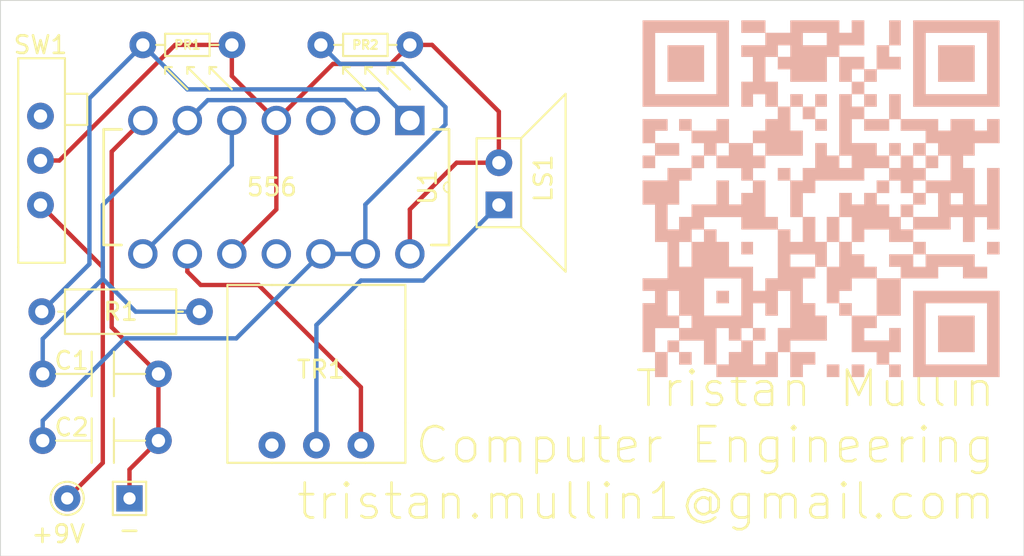
<source format=kicad_pcb>
(kicad_pcb (version 20171130) (host pcbnew "(5.1.10)-1")

  (general
    (thickness 1.6)
    (drawings 6)
    (tracks 62)
    (zones 0)
    (modules 12)
    (nets 12)
  )

  (page USLetter)
  (title_block
    (title "Busness Card")
    (date 2021-06-23)
    (rev 1.0)
  )

  (layers
    (0 F.Cu signal)
    (31 B.Cu signal)
    (32 B.Adhes user)
    (33 F.Adhes user)
    (34 B.Paste user)
    (35 F.Paste user)
    (36 B.SilkS user)
    (37 F.SilkS user)
    (38 B.Mask user)
    (39 F.Mask user)
    (40 Dwgs.User user)
    (41 Cmts.User user)
    (42 Eco1.User user)
    (43 Eco2.User user)
    (44 Edge.Cuts user)
    (45 Margin user)
    (46 B.CrtYd user)
    (47 F.CrtYd user)
    (48 B.Fab user hide)
    (49 F.Fab user hide)
  )

  (setup
    (last_trace_width 0.25)
    (trace_clearance 0.2)
    (zone_clearance 0.508)
    (zone_45_only no)
    (trace_min 0.2)
    (via_size 0.8)
    (via_drill 0.4)
    (via_min_size 0.4)
    (via_min_drill 0.3)
    (uvia_size 0.3)
    (uvia_drill 0.1)
    (uvias_allowed no)
    (uvia_min_size 0.2)
    (uvia_min_drill 0.1)
    (edge_width 0.05)
    (segment_width 0.2)
    (pcb_text_width 0.3)
    (pcb_text_size 1.5 1.5)
    (mod_edge_width 0.12)
    (mod_text_size 1 1)
    (mod_text_width 0.15)
    (pad_size 1.524 1.524)
    (pad_drill 0.762)
    (pad_to_mask_clearance 0)
    (aux_axis_origin 0 0)
    (visible_elements 7FFFFFFF)
    (pcbplotparams
      (layerselection 0x010fc_ffffffff)
      (usegerberextensions false)
      (usegerberattributes true)
      (usegerberadvancedattributes true)
      (creategerberjobfile true)
      (excludeedgelayer true)
      (linewidth 0.100000)
      (plotframeref false)
      (viasonmask false)
      (mode 1)
      (useauxorigin false)
      (hpglpennumber 1)
      (hpglpenspeed 20)
      (hpglpendiameter 15.000000)
      (psnegative false)
      (psa4output false)
      (plotreference true)
      (plotvalue true)
      (plotinvisibletext false)
      (padsonsilk false)
      (subtractmaskfromsilk false)
      (outputformat 1)
      (mirror false)
      (drillshape 1)
      (scaleselection 1)
      (outputdirectory ""))
  )

  (net 0 "")
  (net 1 "Net-(C1-Pad1)")
  (net 2 GND)
  (net 3 "Net-(C2-Pad1)")
  (net 4 +BATT)
  (net 5 "Net-(LS1-Pad2)")
  (net 6 "Net-(PR1-Pad2)")
  (net 7 "Net-(TR1-Pad1)")
  (net 8 "Net-(TR1-Pad3)")
  (net 9 "Net-(U1-Pad3)")
  (net 10 "Net-(U1-Pad5)")
  (net 11 "Net-(U1-Pad11)")

  (net_class Default "This is the default net class."
    (clearance 0.2)
    (trace_width 0.25)
    (via_dia 0.8)
    (via_drill 0.4)
    (uvia_dia 0.3)
    (uvia_drill 0.1)
    (add_net +BATT)
    (add_net GND)
    (add_net "Net-(C1-Pad1)")
    (add_net "Net-(C2-Pad1)")
    (add_net "Net-(LS1-Pad2)")
    (add_net "Net-(PR1-Pad2)")
    (add_net "Net-(TR1-Pad1)")
    (add_net "Net-(TR1-Pad3)")
    (add_net "Net-(U1-Pad11)")
    (add_net "Net-(U1-Pad3)")
    (add_net "Net-(U1-Pad5)")
  )

  (module QR_CODE:qrcode_github (layer F.Cu) (tedit 60D21128) (tstamp 60D27204)
    (at 154.178 86.614)
    (fp_text reference G*** (at 0.127 9.271 180) (layer B.SilkS) hide
      (effects (font (size 1.524 1.524) (thickness 0.3)) (justify mirror))
    )
    (fp_text value LOGO (at -0.623 9.271 180) (layer B.SilkS) hide
      (effects (font (size 1.524 1.524) (thickness 0.3)) (justify mirror))
    )
    (fp_poly (pts (xy -8.6614 -6.2738) (xy -6.5786 -6.2738) (xy -6.5786 -8.3566) (xy -8.6614 -8.3566)
      (xy -8.6614 -6.2738)) (layer B.SilkS) (width 0.01))
    (fp_poly (pts (xy 6.7818 -6.2738) (xy 8.8646 -6.2738) (xy 8.8646 -8.3566) (xy 6.7818 -8.3566)
      (xy 6.7818 -6.2738)) (layer B.SilkS) (width 0.01))
    (fp_poly (pts (xy -5.8674 6.3754) (xy -5.1562 6.3754) (xy -5.1562 5.6642) (xy -5.8674 5.6642)
      (xy -5.8674 6.3754)) (layer B.SilkS) (width 0.01))
    (fp_poly (pts (xy -1.651 -4.8514) (xy -0.9398 -4.8514) (xy -0.9398 -5.5626) (xy -1.651 -5.5626)
      (xy -1.651 -4.8514)) (layer B.SilkS) (width 0.01))
    (fp_poly (pts (xy -0.2286 -4.8514) (xy 0.4318 -4.8514) (xy 0.4318 -5.5626) (xy -0.2286 -5.5626)
      (xy -0.2286 -4.8514)) (layer B.SilkS) (width 0.01))
    (fp_poly (pts (xy -0.9398 -4.1402) (xy -0.2286 -4.1402) (xy -0.2286 -4.8514) (xy -0.9398 -4.8514)
      (xy -0.9398 -4.1402)) (layer B.SilkS) (width 0.01))
    (fp_poly (pts (xy -0.2286 -3.4798) (xy 0.4318 -3.4798) (xy 0.4318 -4.1402) (xy -0.2286 -4.1402)
      (xy -0.2286 -3.4798)) (layer B.SilkS) (width 0.01))
    (fp_poly (pts (xy -2.3622 -0.635) (xy -1.651 -0.635) (xy -1.651 -1.3462) (xy -2.3622 -1.3462)
      (xy -2.3622 -0.635)) (layer B.SilkS) (width 0.01))
    (fp_poly (pts (xy 4.6482 -2.0574) (xy 4.6482 -1.3462) (xy 3.9878 -1.3462) (xy 3.9878 -0.635)
      (xy 4.6482 -0.635) (xy 4.6482 0.0762) (xy 5.3594 0.0762) (xy 5.3594 -0.635)
      (xy 6.0706 -0.635) (xy 6.0706 -1.3462) (xy 6.7818 -1.3462) (xy 6.7818 -2.0574)
      (xy 6.0706 -2.0574) (xy 6.0706 -1.3462) (xy 5.3594 -1.3462) (xy 5.3594 -2.0574)
      (xy 6.0706 -2.0574) (xy 6.0706 -2.7686) (xy 5.3594 -2.7686) (xy 5.3594 -2.0574)
      (xy 4.6482 -2.0574)) (layer B.SilkS) (width 0.01))
    (fp_poly (pts (xy 3.9878 -2.0574) (xy 4.6482 -2.0574) (xy 4.6482 -2.7686) (xy 3.9878 -2.7686)
      (xy 3.9878 -2.0574)) (layer B.SilkS) (width 0.01))
    (fp_poly (pts (xy 3.2766 0.0762) (xy 3.9878 0.0762) (xy 3.9878 -0.635) (xy 3.2766 -0.635)
      (xy 3.2766 0.0762)) (layer B.SilkS) (width 0.01))
    (fp_poly (pts (xy 5.3594 0.7366) (xy 6.0706 0.7366) (xy 6.0706 0.0762) (xy 5.3594 0.0762)
      (xy 5.3594 0.7366)) (layer B.SilkS) (width 0.01))
    (fp_poly (pts (xy 4.6482 1.4478) (xy 5.3594 1.4478) (xy 5.3594 0.7366) (xy 4.6482 0.7366)
      (xy 4.6482 1.4478)) (layer B.SilkS) (width 0.01))
    (fp_poly (pts (xy 0.4318 2.8702) (xy 1.143 2.8702) (xy 1.143 1.4478) (xy 0.4318 1.4478)
      (xy 0.4318 2.8702)) (layer B.SilkS) (width 0.01))
    (fp_poly (pts (xy -4.445 3.5814) (xy -3.7846 3.5814) (xy -3.7846 2.8702) (xy -4.445 2.8702)
      (xy -4.445 3.5814)) (layer B.SilkS) (width 0.01))
    (fp_poly (pts (xy -3.7846 8.509) (xy -3.0734 8.509) (xy -3.0734 7.7978) (xy -3.7846 7.7978)
      (xy -3.7846 8.509)) (layer B.SilkS) (width 0.01))
    (fp_poly (pts (xy 6.7818 9.1694) (xy 8.8646 9.1694) (xy 8.8646 7.0866) (xy 6.7818 7.0866)
      (xy 6.7818 9.1694)) (layer B.SilkS) (width 0.01))
    (fp_poly (pts (xy -10.0838 -4.8514) (xy -5.1562 -4.8514) (xy -5.1562 -9.0678) (xy -5.8674 -9.0678)
      (xy -5.8674 -5.5626) (xy -9.3726 -5.5626) (xy -9.3726 -9.0678) (xy -5.8674 -9.0678)
      (xy -5.1562 -9.0678) (xy -5.1562 -9.779) (xy -10.0838 -9.779) (xy -10.0838 -4.8514)) (layer B.SilkS) (width 0.01))
    (fp_poly (pts (xy 5.3594 -4.8514) (xy 10.287 -4.8514) (xy 10.287 -9.0678) (xy 9.5758 -9.0678)
      (xy 9.5758 -5.5626) (xy 6.0706 -5.5626) (xy 6.0706 -9.0678) (xy 9.5758 -9.0678)
      (xy 10.287 -9.0678) (xy 10.287 -9.779) (xy 5.3594 -9.779) (xy 5.3594 -4.8514)) (layer B.SilkS) (width 0.01))
    (fp_poly (pts (xy -10.0838 -2.7686) (xy -9.3726 -2.7686) (xy -9.3726 -3.4798) (xy -8.6614 -3.4798)
      (xy -8.6614 -4.1402) (xy -10.0838 -4.1402) (xy -10.0838 -2.7686)) (layer B.SilkS) (width 0.01))
    (fp_poly (pts (xy -9.3726 -2.0574) (xy -8.001 -2.0574) (xy -8.001 -2.7686) (xy -9.3726 -2.7686)
      (xy -9.3726 -2.0574)) (layer B.SilkS) (width 0.01))
    (fp_poly (pts (xy -10.0838 -1.3462) (xy -9.3726 -1.3462) (xy -9.3726 -2.0574) (xy -10.0838 -2.0574)
      (xy -10.0838 -1.3462)) (layer B.SilkS) (width 0.01))
    (fp_poly (pts (xy 9.5758 3.5814) (xy 10.287 3.5814) (xy 10.287 2.8702) (xy 9.5758 2.8702)
      (xy 9.5758 3.5814)) (layer B.SilkS) (width 0.01))
    (fp_poly (pts (xy 0.4318 10.5918) (xy 1.143 10.5918) (xy 1.143 9.8806) (xy 0.4318 9.8806)
      (xy 0.4318 10.5918)) (layer B.SilkS) (width 0.01))
    (fp_poly (pts (xy 1.8542 10.5918) (xy 2.5654 10.5918) (xy 2.5654 9.8806) (xy 1.8542 9.8806)
      (xy 1.8542 10.5918)) (layer B.SilkS) (width 0.01))
    (fp_poly (pts (xy -8.001 8.509) (xy -6.5786 8.509) (xy -6.5786 9.8806) (xy -5.8674 9.8806)
      (xy -5.8674 10.5918) (xy -2.3622 10.5918) (xy -2.3622 9.1694) (xy -1.651 9.1694)
      (xy -1.651 8.509) (xy 0.4318 8.509) (xy 0.4318 7.0866) (xy -0.2286 7.0866)
      (xy -0.2286 6.3754) (xy -0.9398 6.3754) (xy -0.9398 5.6642) (xy -1.651 5.6642)
      (xy -1.651 7.7978) (xy -2.3622 7.7978) (xy -2.3622 9.1694) (xy -3.0734 9.1694)
      (xy -3.0734 9.8806) (xy -3.7846 9.8806) (xy -3.7846 8.509) (xy -4.445 8.509)
      (xy -4.445 9.1694) (xy -5.1562 9.1694) (xy -5.1562 9.8806) (xy -5.8674 9.8806)
      (xy -5.8674 7.7978) (xy -5.1562 7.7978) (xy -5.1562 8.509) (xy -4.445 8.509)
      (xy -4.445 7.7978) (xy -3.7846 7.7978) (xy -3.7846 6.3754) (xy -3.0734 6.3754)
      (xy -3.0734 7.0866) (xy -2.3622 7.0866) (xy -2.3622 5.6642) (xy -1.651 5.6642)
      (xy -0.9398 5.6642) (xy -0.9398 4.953) (xy -0.2286 4.953) (xy -0.2286 4.2926)
      (xy 0.4318 4.2926) (xy 0.4318 6.3754) (xy 1.143 6.3754) (xy 1.143 7.0866)
      (xy 1.8542 7.0866) (xy 1.8542 9.1694) (xy 3.2766 9.1694) (xy 3.2766 9.8806)
      (xy 3.9878 9.8806) (xy 3.9878 9.1694) (xy 4.6482 9.1694) (xy 4.6482 7.7978)
      (xy 3.9878 7.7978) (xy 3.9878 8.509) (xy 2.5654 8.509) (xy 2.5654 7.7978)
      (xy 3.2766 7.7978) (xy 3.2766 7.0866) (xy 4.6482 7.0866) (xy 4.6482 4.953)
      (xy 6.7818 4.953) (xy 6.7818 4.2926) (xy 8.2042 4.2926) (xy 8.2042 4.953)
      (xy 9.5758 4.953) (xy 9.5758 4.2926) (xy 8.8646 4.2926) (xy 8.8646 3.5814)
      (xy 6.0706 3.5814) (xy 6.0706 4.2926) (xy 5.3594 4.2926) (xy 5.3594 3.5814)
      (xy 6.0706 3.5814) (xy 6.0706 2.8702) (xy 5.3594 2.8702) (xy 5.3594 3.5814)
      (xy 3.9878 3.5814) (xy 3.9878 4.2926) (xy 4.6482 4.2926) (xy 4.6482 4.953)
      (xy 3.2766 4.953) (xy 3.2766 7.0866) (xy 1.8542 7.0866) (xy 1.8542 6.3754)
      (xy 1.143 6.3754) (xy 1.143 5.6642) (xy 1.8542 5.6642) (xy 1.8542 4.953)
      (xy 3.2766 4.953) (xy 3.2766 4.2926) (xy 2.5654 4.2926) (xy 2.5654 3.5814)
      (xy 1.8542 3.5814) (xy 1.8542 2.8702) (xy 2.5654 2.8702) (xy 2.5654 2.159)
      (xy 3.9878 2.159) (xy 3.9878 2.8702) (xy 5.3594 2.8702) (xy 5.3594 2.159)
      (xy 7.493 2.159) (xy 7.493 1.4478) (xy 8.2042 1.4478) (xy 8.2042 2.8702)
      (xy 8.8646 2.8702) (xy 8.8646 1.4478) (xy 9.5758 1.4478) (xy 9.5758 2.159)
      (xy 10.287 2.159) (xy 10.287 -1.3462) (xy 9.5758 -1.3462) (xy 9.5758 0.7366)
      (xy 8.8646 0.7366) (xy 8.8646 0.0762) (xy 8.2042 0.0762) (xy 8.2042 0.7366)
      (xy 7.493 0.7366) (xy 7.493 0.0762) (xy 8.2042 0.0762) (xy 8.8646 0.0762)
      (xy 8.8646 -1.3462) (xy 8.2042 -1.3462) (xy 8.2042 -2.0574) (xy 7.493 -2.0574)
      (xy 7.493 -0.635) (xy 6.0706 -0.635) (xy 6.0706 0.0762) (xy 6.7818 0.0762)
      (xy 6.7818 1.4478) (xy 5.3594 1.4478) (xy 5.3594 2.159) (xy 4.6482 2.159)
      (xy 4.6482 1.4478) (xy 3.9878 1.4478) (xy 3.9878 0.7366) (xy 3.2766 0.7366)
      (xy 3.2766 0.0762) (xy 2.5654 0.0762) (xy 2.5654 0.7366) (xy 1.8542 0.7366)
      (xy 1.8542 0.0762) (xy 1.143 0.0762) (xy 1.143 1.4478) (xy 1.8542 1.4478)
      (xy 1.8542 2.8702) (xy 1.143 2.8702) (xy 1.143 4.2926) (xy 0.4318 4.2926)
      (xy 0.4318 3.5814) (xy -0.2286 3.5814) (xy -0.2286 4.2926) (xy -1.651 4.2926)
      (xy -1.651 3.5814) (xy -0.2286 3.5814) (xy 0.4318 3.5814) (xy 0.4318 2.8702)
      (xy -0.2286 2.8702) (xy -0.2286 1.4478) (xy -0.9398 1.4478) (xy -0.9398 0.0762)
      (xy -0.2286 0.0762) (xy -0.2286 -0.635) (xy 2.5654 -0.635) (xy 2.5654 -1.3462)
      (xy 3.9878 -1.3462) (xy 3.9878 -2.0574) (xy 3.2766 -2.0574) (xy 1.8542 -2.0574)
      (xy 1.8542 -1.3462) (xy 1.143 -1.3462) (xy 1.143 -2.0574) (xy 1.8542 -2.0574)
      (xy 3.2766 -2.0574) (xy 3.2766 -2.7686) (xy 1.8542 -2.7686) (xy 1.8542 -4.1402)
      (xy 2.5654 -4.1402) (xy 2.5654 -3.4798) (xy 3.9878 -3.4798) (xy 3.9878 -4.1402)
      (xy 4.6482 -4.1402) (xy 4.6482 -3.4798) (xy 6.0706 -3.4798) (xy 6.0706 -2.7686)
      (xy 6.7818 -2.7686) (xy 6.7818 -2.0574) (xy 7.493 -2.0574) (xy 8.2042 -2.0574)
      (xy 8.8646 -2.0574) (xy 8.8646 -2.7686) (xy 10.287 -2.7686) (xy 10.287 -4.1402)
      (xy 9.5758 -4.1402) (xy 9.5758 -3.4798) (xy 8.8646 -3.4798) (xy 8.8646 -4.1402)
      (xy 7.493 -4.1402) (xy 7.493 -3.4798) (xy 6.7818 -3.4798) (xy 6.7818 -4.1402)
      (xy 4.6482 -4.1402) (xy 4.6482 -5.5626) (xy 3.9878 -5.5626) (xy 3.9878 -4.1402)
      (xy 2.5654 -4.1402) (xy 2.5654 -4.8514) (xy 3.2766 -4.8514) (xy 3.2766 -5.5626)
      (xy 2.5654 -5.5626) (xy 2.5654 -4.8514) (xy 1.8542 -4.8514) (xy 1.8542 -5.5626)
      (xy 2.5654 -5.5626) (xy 2.5654 -6.2738) (xy 3.2766 -6.2738) (xy 3.2766 -6.985)
      (xy 2.5654 -6.985) (xy 2.5654 -6.2738) (xy 1.8542 -6.2738) (xy 1.8542 -5.5626)
      (xy 1.143 -5.5626) (xy 1.143 -2.0574) (xy 0.4318 -2.0574) (xy 0.4318 -2.7686)
      (xy -0.2286 -2.7686) (xy -0.2286 -1.3462) (xy -0.9398 -1.3462) (xy -0.9398 -0.635)
      (xy -1.651 -0.635) (xy -1.651 1.4478) (xy -0.9398 1.4478) (xy -0.9398 2.8702)
      (xy -1.651 2.8702) (xy -1.651 2.159) (xy -2.3622 2.159) (xy -2.3622 4.953)
      (xy -3.0734 4.953) (xy -3.0734 5.6642) (xy -3.7846 5.6642) (xy -3.7846 4.953)
      (xy -4.445 4.953) (xy -4.445 7.0866) (xy -6.5786 7.0866) (xy -7.2898 7.0866)
      (xy -7.2898 7.7978) (xy -8.001 7.7978) (xy -8.001 8.509) (xy -8.6614 8.509)
      (xy -8.6614 9.1694) (xy -9.3726 9.1694) (xy -9.3726 7.7978) (xy -8.001 7.7978)
      (xy -8.001 7.0866) (xy -7.2898 7.0866) (xy -6.5786 7.0866) (xy -6.5786 5.6642)
      (xy -8.001 5.6642) (xy -8.001 7.0866) (xy -8.6614 7.0866) (xy -8.6614 5.6642)
      (xy -8.001 5.6642) (xy -6.5786 5.6642) (xy -6.5786 4.953) (xy -4.445 4.953)
      (xy -3.7846 4.953) (xy -3.7846 4.2926) (xy -5.1562 4.2926) (xy -5.1562 2.8702)
      (xy -5.8674 2.8702) (xy -5.8674 2.159) (xy -6.5786 2.159) (xy -6.5786 2.8702)
      (xy -7.2898 2.8702) (xy -7.2898 4.2926) (xy -8.001 4.2926) (xy -8.001 2.8702)
      (xy -7.2898 2.8702) (xy -7.2898 2.159) (xy -6.5786 2.159) (xy -6.5786 1.4478)
      (xy -4.445 1.4478) (xy -4.445 2.159) (xy -2.3622 2.159) (xy -2.3622 1.4478)
      (xy -3.0734 1.4478) (xy -3.0734 -0.635) (xy -3.7846 -0.635) (xy -3.7846 0.0762)
      (xy -4.445 0.0762) (xy -4.445 0.7366) (xy -5.1562 0.7366) (xy -5.1562 -0.635)
      (xy -5.8674 -0.635) (xy -5.8674 0.7366) (xy -7.2898 0.7366) (xy -7.2898 1.4478)
      (xy -8.001 1.4478) (xy -8.001 2.159) (xy -8.6614 2.159) (xy -8.6614 0.7366)
      (xy -8.001 0.7366) (xy -8.001 -0.635) (xy -7.2898 -0.635) (xy -7.2898 -1.3462)
      (xy -6.5786 -1.3462) (xy -6.5786 -2.0574) (xy -5.8674 -2.0574) (xy -5.8674 -1.3462)
      (xy -4.445 -1.3462) (xy -4.445 -0.635) (xy -3.7846 -0.635) (xy -3.7846 -1.3462)
      (xy -3.0734 -1.3462) (xy -3.0734 -2.0574) (xy -0.9398 -2.0574) (xy -0.9398 -2.7686)
      (xy -3.0734 -2.7686) (xy -3.0734 -2.0574) (xy -3.7846 -2.0574) (xy -3.7846 -2.7686)
      (xy -3.0734 -2.7686) (xy -0.9398 -2.7686) (xy -0.9398 -3.4798) (xy -1.651 -3.4798)
      (xy -1.651 -4.8514) (xy -2.3622 -4.8514) (xy -2.3622 -6.2738) (xy -3.0734 -6.2738)
      (xy -3.0734 -7.6962) (xy -2.3622 -7.6962) (xy -2.3622 -6.985) (xy -1.651 -6.985)
      (xy -1.651 -6.2738) (xy 0.4318 -6.2738) (xy 0.4318 -7.6962) (xy 1.143 -7.6962)
      (xy 1.143 -6.2738) (xy 1.8542 -6.2738) (xy 1.8542 -6.985) (xy 2.5654 -6.985)
      (xy 2.5654 -7.6962) (xy 1.143 -7.6962) (xy 1.143 -8.3566) (xy 2.5654 -8.3566)
      (xy 2.5654 -9.779) (xy 1.8542 -9.779) (xy 1.8542 -9.0678) (xy 1.143 -9.0678)
      (xy 0.4318 -9.0678) (xy 0.4318 -8.3566) (xy -0.9398 -8.3566) (xy -1.651 -8.3566)
      (xy -1.651 -7.6962) (xy -2.3622 -7.6962) (xy -2.3622 -8.3566) (xy -1.651 -8.3566)
      (xy -0.9398 -8.3566) (xy -0.9398 -9.0678) (xy 0.4318 -9.0678) (xy 1.143 -9.0678)
      (xy 1.143 -9.779) (xy -1.651 -9.779) (xy -1.651 -9.0678) (xy -3.0734 -9.0678)
      (xy -3.0734 -8.3566) (xy -4.445 -8.3566) (xy -4.445 -7.6962) (xy -3.7846 -7.6962)
      (xy -3.7846 -6.2738) (xy -4.445 -6.2738) (xy -4.445 -4.8514) (xy -3.7846 -4.8514)
      (xy -3.7846 -5.5626) (xy -3.0734 -5.5626) (xy -3.0734 -4.8514) (xy -2.3622 -4.8514)
      (xy -2.3622 -4.1402) (xy -3.0734 -4.1402) (xy -3.0734 -3.4798) (xy -3.7846 -3.4798)
      (xy -3.7846 -2.7686) (xy -5.1562 -2.7686) (xy -5.1562 -2.0574) (xy -5.8674 -2.0574)
      (xy -5.8674 -2.7686) (xy -5.1562 -2.7686) (xy -5.1562 -4.1402) (xy -5.8674 -4.1402)
      (xy -5.8674 -3.4798) (xy -7.2898 -3.4798) (xy -7.2898 -2.7686) (xy -6.5786 -2.7686)
      (xy -6.5786 -2.0574) (xy -7.2898 -2.0574) (xy -7.2898 -1.3462) (xy -8.6614 -1.3462)
      (xy -8.6614 -0.635) (xy -10.0838 -0.635) (xy -10.0838 0.7366) (xy -9.3726 0.7366)
      (xy -9.3726 2.8702) (xy -8.6614 2.8702) (xy -8.6614 4.953) (xy -10.0838 4.953)
      (xy -10.0838 5.6642) (xy -9.3726 5.6642) (xy -9.3726 6.3754) (xy -10.0838 6.3754)
      (xy -10.0838 9.1694) (xy -9.3726 9.1694) (xy -9.3726 10.5918) (xy -8.6614 10.5918)
      (xy -8.6614 9.1694) (xy -8.001 9.1694) (xy -8.001 8.509)) (layer B.SilkS) (width 0.01))
    (fp_poly (pts (xy -8.001 9.8806) (xy -7.2898 9.8806) (xy -7.2898 9.1694) (xy -8.001 9.1694)
      (xy -8.001 9.8806)) (layer B.SilkS) (width 0.01))
    (fp_poly (pts (xy -1.651 10.5918) (xy -0.9398 10.5918) (xy -0.9398 9.8806) (xy -0.2286 9.8806)
      (xy -0.2286 9.1694) (xy -1.651 9.1694) (xy -1.651 10.5918)) (layer B.SilkS) (width 0.01))
    (fp_poly (pts (xy -4.445 -9.0678) (xy -3.0734 -9.0678) (xy -3.0734 -9.779) (xy -4.445 -9.779)
      (xy -4.445 -9.0678)) (layer B.SilkS) (width 0.01))
    (fp_poly (pts (xy 3.9878 -8.3566) (xy 4.6482 -8.3566) (xy 4.6482 -9.779) (xy 3.9878 -9.779)
      (xy 3.9878 -8.3566)) (layer B.SilkS) (width 0.01))
    (fp_poly (pts (xy 3.2766 -6.985) (xy 4.6482 -6.985) (xy 4.6482 -7.6962) (xy 3.9878 -7.6962)
      (xy 3.9878 -8.3566) (xy 3.2766 -8.3566) (xy 3.2766 -6.985)) (layer B.SilkS) (width 0.01))
    (fp_poly (pts (xy -8.001 -3.4798) (xy -7.2898 -3.4798) (xy -7.2898 -4.1402) (xy -8.001 -4.1402)
      (xy -8.001 -3.4798)) (layer B.SilkS) (width 0.01))
    (fp_poly (pts (xy 3.9878 10.5918) (xy 4.6482 10.5918) (xy 4.6482 9.8806) (xy 3.9878 9.8806)
      (xy 3.9878 10.5918)) (layer B.SilkS) (width 0.01))
    (fp_poly (pts (xy 5.3594 10.5918) (xy 10.287 10.5918) (xy 10.287 6.3754) (xy 9.5758 6.3754)
      (xy 9.5758 9.8806) (xy 6.0706 9.8806) (xy 6.0706 6.3754) (xy 9.5758 6.3754)
      (xy 10.287 6.3754) (xy 10.287 5.6642) (xy 5.3594 5.6642) (xy 5.3594 10.5918)) (layer B.SilkS) (width 0.01))
  )

  (module slide_switch_general:slide_switch_general (layer F.Cu) (tedit 60D1279E) (tstamp 60D27393)
    (at 109.728 84.836 270)
    (fp_text reference SW1 (at -6.604 0 unlocked) (layer F.SilkS)
      (effects (font (size 1 1) (thickness 0.15)))
    )
    (fp_text value slide_switch_general (at -7.112 2.413 90) (layer F.Fab)
      (effects (font (size 1 1) (thickness 0.15)))
    )
    (fp_line (start -5.842 -1.397) (end -5.842 1.27) (layer F.SilkS) (width 0.12))
    (fp_line (start -5.842 1.27) (end 4.953 1.27) (layer F.SilkS) (width 0.12))
    (fp_line (start 4.826 -1.397) (end 4.953 -1.397) (layer F.SilkS) (width 0.12))
    (fp_line (start 4.826 -1.397) (end -5.842 -1.397) (layer F.SilkS) (width 0.12))
    (fp_line (start 5.842 -1.397) (end 5.842 1.27) (layer F.SilkS) (width 0.12))
    (fp_line (start 4.953 -1.397) (end 5.842 -1.397) (layer F.SilkS) (width 0.12))
    (fp_line (start 4.953 1.27) (end 5.842 1.27) (layer F.SilkS) (width 0.12))
    (fp_line (start -3.81 -1.397) (end -3.81 -2.667) (layer F.SilkS) (width 0.12))
    (fp_line (start -3.81 -2.667) (end -2.032 -2.667) (layer F.SilkS) (width 0.12))
    (fp_line (start -2.032 -2.667) (end -2.032 -1.397) (layer F.SilkS) (width 0.12))
    (pad 3 thru_hole circle (at 2.54 0 270) (size 1.524 1.524) (drill 0.762) (layers *.Cu *.Mask)
      (net 4 +BATT))
    (pad 2 thru_hole circle (at 0 0 270) (size 1.524 1.524) (drill 0.762) (layers *.Cu *.Mask)
      (net 4 +BATT))
    (pad 1 thru_hole circle (at -2.54 0 270) (size 1.524 1.524) (drill 0.762) (layers *.Cu *.Mask))
  )

  (module TestPoint:TestPoint_THTPad_D1.5mm_Drill0.7mm (layer F.Cu) (tedit 60D0FC12) (tstamp 60D142DB)
    (at 111.252 104.14)
    (descr "THT pad as test Point, diameter 1.5mm, hole diameter 0.7mm")
    (tags "test point THT pad")
    (attr virtual)
    (fp_text reference +9V (at -0.508 2.032 unlocked) (layer F.SilkS)
      (effects (font (size 1 1) (thickness 0.15)))
    )
    (fp_text value TestPoint_THTPad_D1.5mm_Drill0.7mm (at 0 1.75) (layer F.Fab)
      (effects (font (size 1 1) (thickness 0.15)))
    )
    (fp_circle (center 0 0) (end 1.25 0) (layer F.CrtYd) (width 0.05))
    (fp_circle (center 0 0) (end 0 0.95) (layer F.SilkS) (width 0.12))
    (fp_text user %R (at 0 -1.65) (layer F.Fab)
      (effects (font (size 1 1) (thickness 0.15)))
    )
    (pad 1 thru_hole circle (at 0 0) (size 1.5 1.5) (drill 0.7) (layers *.Cu *.Mask)
      (net 4 +BATT))
  )

  (module TestPoint:TestPoint_THTPad_1.5x1.5mm_Drill0.7mm (layer F.Cu) (tedit 60D0FC1A) (tstamp 60D14201)
    (at 114.808 104.14)
    (descr "THT rectangular pad as test Point, square 1.5mm side length, hole diameter 0.7mm")
    (tags "test point THT pad rectangle square")
    (attr virtual)
    (fp_text reference - (at 0 1.778 unlocked) (layer F.SilkS)
      (effects (font (size 1 1) (thickness 0.15)))
    )
    (fp_text value TestPoint_THTPad_1.5x1.5mm_Drill0.7mm (at 0 1.75) (layer F.Fab)
      (effects (font (size 1 1) (thickness 0.15)))
    )
    (fp_line (start -0.95 -0.95) (end 0.95 -0.95) (layer F.SilkS) (width 0.12))
    (fp_line (start 0.95 -0.95) (end 0.95 0.95) (layer F.SilkS) (width 0.12))
    (fp_line (start 0.95 0.95) (end -0.95 0.95) (layer F.SilkS) (width 0.12))
    (fp_line (start -0.95 0.95) (end -0.95 -0.95) (layer F.SilkS) (width 0.12))
    (fp_line (start -1.25 -1.25) (end 1.25 -1.25) (layer F.CrtYd) (width 0.05))
    (fp_line (start -1.25 -1.25) (end -1.25 1.25) (layer F.CrtYd) (width 0.05))
    (fp_line (start 1.25 1.25) (end 1.25 -1.25) (layer F.CrtYd) (width 0.05))
    (fp_line (start 1.25 1.25) (end -1.25 1.25) (layer F.CrtYd) (width 0.05))
    (fp_text user %R (at 0 -1.65) (layer F.Fab)
      (effects (font (size 1 1) (thickness 0.15)))
    )
    (pad 1 thru_hole rect (at 0 0) (size 1.5 1.5) (drill 0.7) (layers *.Cu *.Mask)
      (net 2 GND))
  )

  (module capacitor_general:c_gen (layer F.Cu) (tedit 60CCF810) (tstamp 60CDBA2F)
    (at 113.284 97.028)
    (path /60CD03D0)
    (fp_text reference C1 (at -1.778 -0.762) (layer F.SilkS)
      (effects (font (size 1 1) (thickness 0.15)))
    )
    (fp_text value c_gen (at -2.286 3.048) (layer F.Fab)
      (effects (font (size 1 1) (thickness 0.15)))
    )
    (fp_line (start 2.413 0) (end 0.635 0) (layer F.SilkS) (width 0.12))
    (fp_line (start -0.635 -1.27) (end -0.635 1.27) (layer F.SilkS) (width 0.12))
    (fp_line (start 0.635 -1.27) (end 0.635 1.27) (layer F.SilkS) (width 0.12))
    (fp_line (start -2.667 0) (end -0.635 0) (layer F.SilkS) (width 0.12))
    (pad 1 thru_hole circle (at -3.429 0) (size 1.524 1.524) (drill 0.762) (layers *.Cu *.Mask)
      (net 1 "Net-(C1-Pad1)"))
    (pad 2 thru_hole circle (at 3.175 0) (size 1.524 1.524) (drill 0.762) (layers *.Cu *.Mask)
      (net 2 GND))
  )

  (module capacitor_general:c_gen (layer F.Cu) (tedit 60CCF810) (tstamp 60CDBA39)
    (at 113.284 100.838)
    (path /60CD0E4A)
    (fp_text reference C2 (at -1.778 -0.762) (layer F.SilkS)
      (effects (font (size 1 1) (thickness 0.15)))
    )
    (fp_text value c_gen (at -2.286 3.048) (layer F.Fab)
      (effects (font (size 1 1) (thickness 0.15)))
    )
    (fp_line (start -2.667 0) (end -0.635 0) (layer F.SilkS) (width 0.12))
    (fp_line (start 0.635 -1.27) (end 0.635 1.27) (layer F.SilkS) (width 0.12))
    (fp_line (start -0.635 -1.27) (end -0.635 1.27) (layer F.SilkS) (width 0.12))
    (fp_line (start 2.413 0) (end 0.635 0) (layer F.SilkS) (width 0.12))
    (pad 2 thru_hole circle (at 3.175 0) (size 1.524 1.524) (drill 0.762) (layers *.Cu *.Mask)
      (net 2 GND))
    (pad 1 thru_hole circle (at -3.429 0) (size 1.524 1.524) (drill 0.762) (layers *.Cu *.Mask)
      (net 3 "Net-(C2-Pad1)"))
  )

  (module speaker_general:speaker_gen (layer F.Cu) (tedit 60CD0AB2) (tstamp 60CDBA46)
    (at 135.89 86.106 270)
    (path /60CE26E1)
    (fp_text reference LS1 (at -0.254 -2.54 90) (layer F.SilkS)
      (effects (font (size 1 1) (thickness 0.15)))
    )
    (fp_text value Speaker (at -4.572 1.659 90) (layer F.Fab)
      (effects (font (size 1 1) (thickness 0.15)))
    )
    (fp_line (start -2.54 1.27) (end 2.54 1.27) (layer F.SilkS) (width 0.12))
    (fp_line (start 2.54 1.27) (end 2.54 -1.27) (layer F.SilkS) (width 0.12))
    (fp_line (start 2.54 -1.27) (end -2.54 -1.27) (layer F.SilkS) (width 0.12))
    (fp_line (start -2.54 -1.27) (end -2.54 1.27) (layer F.SilkS) (width 0.12))
    (fp_line (start -2.54 -1.27) (end -5.08 -3.81) (layer F.SilkS) (width 0.12))
    (fp_line (start -5.08 -3.81) (end 5.08 -3.81) (layer F.SilkS) (width 0.12))
    (fp_line (start 5.08 -3.81) (end 2.54 -1.27) (layer F.SilkS) (width 0.12))
    (pad 1 thru_hole circle (at -1.143 0 270) (size 1.524 1.524) (drill 0.762) (layers *.Cu *.Mask)
      (net 4 +BATT))
    (pad 2 thru_hole rect (at 1.27 0 270) (size 1.524 1.524) (drill 0.762) (layers *.Cu *.Mask)
      (net 5 "Net-(LS1-Pad2)"))
  )

  (module resistor_general:photores_gen (layer F.Cu) (tedit 60CD19F1) (tstamp 60CDBA5D)
    (at 118.11 78.232 180)
    (path /60CE5E3E)
    (fp_text reference PR1 (at 0 0) (layer F.SilkS)
      (effects (font (size 0.5 0.5) (thickness 0.125)))
    )
    (fp_text value photores_gen (at -3.937 1.524) (layer F.Fab)
      (effects (font (size 1 1) (thickness 0.15)))
    )
    (fp_line (start -1.778 0) (end -1.27 0) (layer F.SilkS) (width 0.12))
    (fp_line (start 1.778 0) (end 1.27 0) (layer F.SilkS) (width 0.12))
    (fp_line (start -1.27 0) (end -1.27 -0.635) (layer F.SilkS) (width 0.12))
    (fp_line (start -1.27 -0.635) (end 1.27 -0.635) (layer F.SilkS) (width 0.12))
    (fp_line (start 1.27 -0.635) (end 1.27 0) (layer F.SilkS) (width 0.12))
    (fp_line (start -1.27 0) (end -1.27 0.635) (layer F.SilkS) (width 0.12))
    (fp_line (start -1.27 0.635) (end 1.27 0.635) (layer F.SilkS) (width 0.12))
    (fp_line (start 1.27 0.635) (end 1.27 0) (layer F.SilkS) (width 0.12))
    (fp_line (start -2.54 -2.54) (end -1.27 -1.27) (layer F.SilkS) (width 0.12))
    (fp_line (start -1.27 -1.27) (end -1.651 -1.27) (layer F.SilkS) (width 0.12))
    (fp_line (start -1.27 -1.27) (end -1.27 -1.651) (layer F.SilkS) (width 0.12))
    (fp_line (start 0 -1.27) (end 0 -1.651) (layer F.SilkS) (width 0.12))
    (fp_line (start -1.27 -2.54) (end 0 -1.27) (layer F.SilkS) (width 0.12))
    (fp_line (start 0 -1.27) (end -0.381 -1.27) (layer F.SilkS) (width 0.12))
    (fp_line (start 1.27 -1.27) (end 1.27 -1.651) (layer F.SilkS) (width 0.12))
    (fp_line (start 0 -2.54) (end 1.27 -1.27) (layer F.SilkS) (width 0.12))
    (fp_line (start 1.27 -1.27) (end 0.889 -1.27) (layer F.SilkS) (width 0.12))
    (pad 1 thru_hole circle (at -2.54 0 180) (size 1.524 1.524) (drill 0.762) (layers *.Cu *.Mask)
      (net 4 +BATT))
    (pad 2 thru_hole circle (at 2.54 0 180) (size 1.524 1.524) (drill 0.762) (layers *.Cu *.Mask)
      (net 6 "Net-(PR1-Pad2)"))
  )

  (module resistor_general:photores_gen (layer F.Cu) (tedit 60CD19F1) (tstamp 60CDBA74)
    (at 128.27 78.232 180)
    (path /60CE6517)
    (fp_text reference PR2 (at 0 0) (layer F.SilkS)
      (effects (font (size 0.5 0.5) (thickness 0.125)))
    )
    (fp_text value photores_gen (at -3.937 1.524) (layer F.Fab)
      (effects (font (size 1 1) (thickness 0.15)))
    )
    (fp_line (start 1.27 -1.27) (end 0.889 -1.27) (layer F.SilkS) (width 0.12))
    (fp_line (start 0 -2.54) (end 1.27 -1.27) (layer F.SilkS) (width 0.12))
    (fp_line (start 1.27 -1.27) (end 1.27 -1.651) (layer F.SilkS) (width 0.12))
    (fp_line (start 0 -1.27) (end -0.381 -1.27) (layer F.SilkS) (width 0.12))
    (fp_line (start -1.27 -2.54) (end 0 -1.27) (layer F.SilkS) (width 0.12))
    (fp_line (start 0 -1.27) (end 0 -1.651) (layer F.SilkS) (width 0.12))
    (fp_line (start -1.27 -1.27) (end -1.27 -1.651) (layer F.SilkS) (width 0.12))
    (fp_line (start -1.27 -1.27) (end -1.651 -1.27) (layer F.SilkS) (width 0.12))
    (fp_line (start -2.54 -2.54) (end -1.27 -1.27) (layer F.SilkS) (width 0.12))
    (fp_line (start 1.27 0.635) (end 1.27 0) (layer F.SilkS) (width 0.12))
    (fp_line (start -1.27 0.635) (end 1.27 0.635) (layer F.SilkS) (width 0.12))
    (fp_line (start -1.27 0) (end -1.27 0.635) (layer F.SilkS) (width 0.12))
    (fp_line (start 1.27 -0.635) (end 1.27 0) (layer F.SilkS) (width 0.12))
    (fp_line (start -1.27 -0.635) (end 1.27 -0.635) (layer F.SilkS) (width 0.12))
    (fp_line (start -1.27 0) (end -1.27 -0.635) (layer F.SilkS) (width 0.12))
    (fp_line (start 1.778 0) (end 1.27 0) (layer F.SilkS) (width 0.12))
    (fp_line (start -1.778 0) (end -1.27 0) (layer F.SilkS) (width 0.12))
    (pad 2 thru_hole circle (at 2.54 0 180) (size 1.524 1.524) (drill 0.762) (layers *.Cu *.Mask)
      (net 3 "Net-(C2-Pad1)"))
    (pad 1 thru_hole circle (at -2.54 0 180) (size 1.524 1.524) (drill 0.762) (layers *.Cu *.Mask)
      (net 4 +BATT))
  )

  (module resistor_general:r_gen (layer F.Cu) (tedit 60CA1B08) (tstamp 60CDBA80)
    (at 114.3 93.472)
    (path /60CCF700)
    (fp_text reference R1 (at 0 0) (layer F.SilkS)
      (effects (font (size 1 1) (thickness 0.15)))
    )
    (fp_text value r_gen (at 2.54 1.905) (layer F.Fab)
      (effects (font (size 1 1) (thickness 0.15)))
    )
    (fp_line (start -3.175 0) (end -3.556 0) (layer F.SilkS) (width 0.12))
    (fp_line (start 3.556 0) (end 3.175 0) (layer F.SilkS) (width 0.12))
    (fp_line (start -3.175 -1.27) (end 3.175 -1.27) (layer F.SilkS) (width 0.12))
    (fp_line (start 3.175 -1.27) (end 3.175 1.27) (layer F.SilkS) (width 0.12))
    (fp_line (start 3.175 1.27) (end -3.175 1.27) (layer F.SilkS) (width 0.12))
    (fp_line (start -3.175 1.27) (end -3.175 -1.27) (layer F.SilkS) (width 0.12))
    (pad 1 thru_hole circle (at -4.5 0) (size 1.524 1.524) (drill 0.762) (layers *.Cu *.Mask)
      (net 6 "Net-(PR1-Pad2)"))
    (pad 2 thru_hole circle (at 4.5 0) (size 1.524 1.524) (drill 0.762) (layers *.Cu *.Mask)
      (net 1 "Net-(C1-Pad1)"))
  )

  (module resistor_general:trimpot_gen (layer F.Cu) (tedit 60CD1C5D) (tstamp 60CDBA93)
    (at 125.476 102.108)
    (path /60CEFBB6)
    (fp_text reference TR1 (at 0.254 -5.334) (layer F.SilkS)
      (effects (font (size 1 1) (thickness 0.15)))
    )
    (fp_text value trimpot_gen (at -4.445 1.016) (layer F.Fab)
      (effects (font (size 1 1) (thickness 0.15)))
    )
    (fp_line (start -2.54 0) (end 2.794 0) (layer F.SilkS) (width 0.12))
    (fp_line (start 2.794 0) (end 5.08 0) (layer F.SilkS) (width 0.12))
    (fp_line (start -2.54 0) (end -5.08 0) (layer F.SilkS) (width 0.12))
    (fp_line (start -5.08 -2.286) (end -5.08 0) (layer F.SilkS) (width 0.12))
    (fp_line (start -5.08 -7.62) (end -5.08 -2.286) (layer F.SilkS) (width 0.12))
    (fp_line (start -5.08 -7.62) (end -5.08 -10.16) (layer F.SilkS) (width 0.12))
    (fp_line (start 2.794 -10.16) (end 5.08 -10.16) (layer F.SilkS) (width 0.12))
    (fp_line (start -2.54 -10.16) (end 2.794 -10.16) (layer F.SilkS) (width 0.12))
    (fp_line (start -2.54 -10.16) (end -5.08 -10.16) (layer F.SilkS) (width 0.12))
    (fp_line (start 5.08 -2.286) (end 5.08 0) (layer F.SilkS) (width 0.12))
    (fp_line (start 5.08 -7.62) (end 5.08 -2.286) (layer F.SilkS) (width 0.12))
    (fp_line (start 5.08 -7.62) (end 5.08 -10.16) (layer F.SilkS) (width 0.12))
    (pad 2 thru_hole circle (at 0 -1.016) (size 1.524 1.524) (drill 0.762) (layers *.Cu *.Mask)
      (net 5 "Net-(LS1-Pad2)"))
    (pad 1 thru_hole circle (at -2.54 -1.016) (size 1.524 1.524) (drill 0.762) (layers *.Cu *.Mask)
      (net 7 "Net-(TR1-Pad1)"))
    (pad 3 thru_hole circle (at 2.54 -1.016) (size 1.524 1.524) (drill 0.762) (layers *.Cu *.Mask)
      (net 8 "Net-(TR1-Pad3)"))
  )

  (module NE556N:DIP254P762X508-14 (layer F.Cu) (tedit 60CCF91E) (tstamp 60CDBAED)
    (at 115.57 90.17 270)
    (path /60CD94BF)
    (fp_text reference U1 (at -3.81 -16.256 90) (layer F.SilkS)
      (effects (font (size 1 1) (thickness 0.15)))
    )
    (fp_text value NE556N_gen (at -5.08 -18.796 90) (layer F.Fab)
      (effects (font (size 1.640236 1.640236) (thickness 0.015)))
    )
    (fp_line (start -0.508 -16.4592) (end -0.508 -17.4752) (layer F.SilkS) (width 0.1524))
    (fp_line (start -7.112 1.2192) (end -7.112 2.2352) (layer F.SilkS) (width 0.1524))
    (fp_line (start -7.112 2.2352) (end -0.508 2.2352) (layer F.SilkS) (width 0.1524))
    (fp_line (start -0.508 2.2352) (end -0.508 1.2192) (layer F.SilkS) (width 0.1524))
    (fp_line (start -0.508 -17.4752) (end -3.5052 -17.4752) (layer F.SilkS) (width 0.1524))
    (fp_line (start -3.5052 -17.4752) (end -4.1148 -17.4752) (layer F.SilkS) (width 0.1524))
    (fp_line (start -4.1148 -17.4752) (end -7.112 -17.4752) (layer F.SilkS) (width 0.1524))
    (fp_line (start -7.112 -17.4752) (end -7.112 -16.5608) (layer F.SilkS) (width 0.1524))
    (fp_line (start -7.112 -14.6812) (end -7.112 -15.7988) (layer F.Fab) (width 0.1524))
    (fp_line (start -7.112 -15.7988) (end -8.1788 -15.7988) (layer F.Fab) (width 0.1524))
    (fp_line (start -8.1788 -15.7988) (end -8.1788 -14.6812) (layer F.Fab) (width 0.1524))
    (fp_line (start -8.1788 -14.6812) (end -7.112 -14.6812) (layer F.Fab) (width 0.1524))
    (fp_line (start -7.112 -12.1412) (end -7.112 -13.2588) (layer F.Fab) (width 0.1524))
    (fp_line (start -7.112 -13.2588) (end -8.1788 -13.2588) (layer F.Fab) (width 0.1524))
    (fp_line (start -8.1788 -13.2588) (end -8.1788 -12.1412) (layer F.Fab) (width 0.1524))
    (fp_line (start -8.1788 -12.1412) (end -7.112 -12.1412) (layer F.Fab) (width 0.1524))
    (fp_line (start -7.112 -9.6012) (end -7.112 -10.7188) (layer F.Fab) (width 0.1524))
    (fp_line (start -7.112 -10.7188) (end -8.1788 -10.7188) (layer F.Fab) (width 0.1524))
    (fp_line (start -8.1788 -10.7188) (end -8.1788 -9.6012) (layer F.Fab) (width 0.1524))
    (fp_line (start -8.1788 -9.6012) (end -7.112 -9.6012) (layer F.Fab) (width 0.1524))
    (fp_line (start -7.112 -7.0612) (end -7.112 -8.1788) (layer F.Fab) (width 0.1524))
    (fp_line (start -7.112 -8.1788) (end -8.1788 -8.1788) (layer F.Fab) (width 0.1524))
    (fp_line (start -8.1788 -8.1788) (end -8.1788 -7.0612) (layer F.Fab) (width 0.1524))
    (fp_line (start -8.1788 -7.0612) (end -7.112 -7.0612) (layer F.Fab) (width 0.1524))
    (fp_line (start -7.112 -4.5212) (end -7.112 -5.6388) (layer F.Fab) (width 0.1524))
    (fp_line (start -7.112 -5.6388) (end -8.1788 -5.6388) (layer F.Fab) (width 0.1524))
    (fp_line (start -8.1788 -5.6388) (end -8.1788 -4.5212) (layer F.Fab) (width 0.1524))
    (fp_line (start -8.1788 -4.5212) (end -7.112 -4.5212) (layer F.Fab) (width 0.1524))
    (fp_line (start -7.112 -1.9812) (end -7.112 -3.0988) (layer F.Fab) (width 0.1524))
    (fp_line (start -7.112 -3.0988) (end -8.1788 -3.0988) (layer F.Fab) (width 0.1524))
    (fp_line (start -8.1788 -3.0988) (end -8.1788 -1.9812) (layer F.Fab) (width 0.1524))
    (fp_line (start -8.1788 -1.9812) (end -7.112 -1.9812) (layer F.Fab) (width 0.1524))
    (fp_line (start -7.112 0.5588) (end -7.112 -0.5588) (layer F.Fab) (width 0.1524))
    (fp_line (start -7.112 -0.5588) (end -8.1788 -0.5588) (layer F.Fab) (width 0.1524))
    (fp_line (start -8.1788 -0.5588) (end -8.1788 0.5588) (layer F.Fab) (width 0.1524))
    (fp_line (start -8.1788 0.5588) (end -7.112 0.5588) (layer F.Fab) (width 0.1524))
    (fp_line (start -0.508 -0.5588) (end -0.508 0.5588) (layer F.Fab) (width 0.1524))
    (fp_line (start -0.508 0.5588) (end 0.5588 0.5588) (layer F.Fab) (width 0.1524))
    (fp_line (start 0.5588 0.5588) (end 0.5588 -0.5588) (layer F.Fab) (width 0.1524))
    (fp_line (start 0.5588 -0.5588) (end -0.508 -0.5588) (layer F.Fab) (width 0.1524))
    (fp_line (start -0.508 -3.0988) (end -0.508 -1.9812) (layer F.Fab) (width 0.1524))
    (fp_line (start -0.508 -1.9812) (end 0.5588 -1.9812) (layer F.Fab) (width 0.1524))
    (fp_line (start 0.5588 -1.9812) (end 0.5588 -3.0988) (layer F.Fab) (width 0.1524))
    (fp_line (start 0.5588 -3.0988) (end -0.508 -3.0988) (layer F.Fab) (width 0.1524))
    (fp_line (start -0.508 -5.6388) (end -0.508 -4.5212) (layer F.Fab) (width 0.1524))
    (fp_line (start -0.508 -4.5212) (end 0.5588 -4.5212) (layer F.Fab) (width 0.1524))
    (fp_line (start 0.5588 -4.5212) (end 0.5588 -5.6388) (layer F.Fab) (width 0.1524))
    (fp_line (start 0.5588 -5.6388) (end -0.508 -5.6388) (layer F.Fab) (width 0.1524))
    (fp_line (start -0.508 -8.1788) (end -0.508 -7.0612) (layer F.Fab) (width 0.1524))
    (fp_line (start -0.508 -7.0612) (end 0.5588 -7.0612) (layer F.Fab) (width 0.1524))
    (fp_line (start 0.5588 -7.0612) (end 0.5588 -8.1788) (layer F.Fab) (width 0.1524))
    (fp_line (start 0.5588 -8.1788) (end -0.508 -8.1788) (layer F.Fab) (width 0.1524))
    (fp_line (start -0.508 -10.7188) (end -0.508 -9.6012) (layer F.Fab) (width 0.1524))
    (fp_line (start -0.508 -9.6012) (end 0.5588 -9.6012) (layer F.Fab) (width 0.1524))
    (fp_line (start 0.5588 -9.6012) (end 0.5588 -10.7188) (layer F.Fab) (width 0.1524))
    (fp_line (start 0.5588 -10.7188) (end -0.508 -10.7188) (layer F.Fab) (width 0.1524))
    (fp_line (start -0.508 -13.2588) (end -0.508 -12.1412) (layer F.Fab) (width 0.1524))
    (fp_line (start -0.508 -12.1412) (end 0.5588 -12.1412) (layer F.Fab) (width 0.1524))
    (fp_line (start 0.5588 -12.1412) (end 0.5588 -13.2588) (layer F.Fab) (width 0.1524))
    (fp_line (start 0.5588 -13.2588) (end -0.508 -13.2588) (layer F.Fab) (width 0.1524))
    (fp_line (start -0.508 -15.7988) (end -0.508 -14.6812) (layer F.Fab) (width 0.1524))
    (fp_line (start -0.508 -14.6812) (end 0.5588 -14.6812) (layer F.Fab) (width 0.1524))
    (fp_line (start 0.5588 -14.6812) (end 0.5588 -15.7988) (layer F.Fab) (width 0.1524))
    (fp_line (start 0.5588 -15.7988) (end -0.508 -15.7988) (layer F.Fab) (width 0.1524))
    (fp_line (start -7.112 2.2352) (end -0.508 2.2352) (layer F.Fab) (width 0.1524))
    (fp_line (start -0.508 2.2352) (end -0.508 -17.4752) (layer F.Fab) (width 0.1524))
    (fp_line (start -0.508 -17.4752) (end -3.5052 -17.4752) (layer F.Fab) (width 0.1524))
    (fp_line (start -3.5052 -17.4752) (end -4.1148 -17.4752) (layer F.Fab) (width 0.1524))
    (fp_line (start -4.1148 -17.4752) (end -7.112 -17.4752) (layer F.Fab) (width 0.1524))
    (fp_line (start -7.112 -17.4752) (end -7.112 2.2352) (layer F.Fab) (width 0.1524))
    (fp_arc (start -3.81 -17.4752) (end -4.1148 -17.4752) (angle -180) (layer F.SilkS) (width 0.1))
    (fp_arc (start -3.81 -17.4752) (end -4.1148 -17.4752) (angle -180) (layer F.Fab) (width 0.1))
    (pad 1 thru_hole rect (at -7.62 -15.24 270) (size 1.6764 1.6764) (drill 1.1176) (layers *.Cu *.Mask)
      (net 6 "Net-(PR1-Pad2)"))
    (pad 2 thru_hole circle (at -7.62 -12.7 270) (size 1.6764 1.6764) (drill 1.1176) (layers *.Cu *.Mask)
      (net 1 "Net-(C1-Pad1)"))
    (pad 3 thru_hole circle (at -7.62 -10.16 270) (size 1.6764 1.6764) (drill 1.1176) (layers *.Cu *.Mask)
      (net 9 "Net-(U1-Pad3)"))
    (pad 4 thru_hole circle (at -7.62 -7.62 270) (size 1.6764 1.6764) (drill 1.1176) (layers *.Cu *.Mask)
      (net 4 +BATT))
    (pad 5 thru_hole circle (at -7.62 -5.08 270) (size 1.6764 1.6764) (drill 1.1176) (layers *.Cu *.Mask)
      (net 10 "Net-(U1-Pad5)"))
    (pad 6 thru_hole circle (at -7.62 -2.54 270) (size 1.6764 1.6764) (drill 1.1176) (layers *.Cu *.Mask)
      (net 1 "Net-(C1-Pad1)"))
    (pad 7 thru_hole circle (at -7.62 0 270) (size 1.6764 1.6764) (drill 1.1176) (layers *.Cu *.Mask)
      (net 2 GND))
    (pad 8 thru_hole circle (at 0 0 270) (size 1.6764 1.6764) (drill 1.1176) (layers *.Cu *.Mask)
      (net 10 "Net-(U1-Pad5)"))
    (pad 9 thru_hole circle (at 0 -2.54 270) (size 1.6764 1.6764) (drill 1.1176) (layers *.Cu *.Mask)
      (net 8 "Net-(TR1-Pad3)"))
    (pad 10 thru_hole circle (at 0 -5.08 270) (size 1.6764 1.6764) (drill 1.1176) (layers *.Cu *.Mask)
      (net 4 +BATT))
    (pad 11 thru_hole circle (at 0 -7.62 270) (size 1.6764 1.6764) (drill 1.1176) (layers *.Cu *.Mask)
      (net 11 "Net-(U1-Pad11)"))
    (pad 12 thru_hole circle (at 0 -10.16 270) (size 1.6764 1.6764) (drill 1.1176) (layers *.Cu *.Mask)
      (net 3 "Net-(C2-Pad1)"))
    (pad 13 thru_hole circle (at 0 -12.7 270) (size 1.6764 1.6764) (drill 1.1176) (layers *.Cu *.Mask)
      (net 3 "Net-(C2-Pad1)"))
    (pad 14 thru_hole circle (at 0 -15.24 270) (size 1.6764 1.6764) (drill 1.1176) (layers *.Cu *.Mask)
      (net 4 +BATT))
  )

  (gr_text 556 (at 122.936 86.36) (layer F.SilkS)
    (effects (font (size 1 1) (thickness 0.15)))
  )
  (gr_text "Tristan Mullin\nComputer Engineering\ntristan.mullin1@gmail.com" (at 164.338 101.092) (layer F.SilkS)
    (effects (font (size 2 2) (thickness 0.15)) (justify right))
  )
  (gr_line (start 107.442 75.692) (end 107.442 107.442) (layer Edge.Cuts) (width 0.05) (tstamp 60CDC494))
  (gr_line (start 165.862 75.692) (end 107.442 75.692) (layer Edge.Cuts) (width 0.05))
  (gr_line (start 165.862 107.442) (end 165.862 75.692) (layer Edge.Cuts) (width 0.05))
  (gr_line (start 107.442 107.442) (end 165.862 107.442) (layer Edge.Cuts) (width 0.05))

  (segment (start 118.11 82.55) (end 113.284 87.376) (width 0.25) (layer B.Cu) (net 1))
  (segment (start 109.855 95.025762) (end 109.855 97.028) (width 0.25) (layer B.Cu) (net 1))
  (segment (start 113.284 91.596762) (end 109.855 95.025762) (width 0.25) (layer B.Cu) (net 1))
  (segment (start 113.284 87.376) (end 113.284 91.596762) (width 0.25) (layer B.Cu) (net 1))
  (segment (start 115.159238 93.472) (end 113.284 91.596762) (width 0.25) (layer B.Cu) (net 1))
  (segment (start 118.8 93.472) (end 115.159238 93.472) (width 0.25) (layer B.Cu) (net 1))
  (segment (start 127.106799 81.386799) (end 128.27 82.55) (width 0.25) (layer B.Cu) (net 1))
  (segment (start 119.273201 81.386799) (end 127.106799 81.386799) (width 0.25) (layer B.Cu) (net 1))
  (segment (start 118.11 82.55) (end 119.273201 81.386799) (width 0.25) (layer B.Cu) (net 1))
  (segment (start 116.459 100.838) (end 116.459 97.028) (width 0.25) (layer F.Cu) (net 2))
  (segment (start 114.808 102.489) (end 116.459 100.838) (width 0.25) (layer F.Cu) (net 2))
  (segment (start 114.808 104.14) (end 114.808 102.489) (width 0.25) (layer F.Cu) (net 2))
  (segment (start 116.459 97.028) (end 113.792 94.361) (width 0.25) (layer F.Cu) (net 2))
  (segment (start 113.792 84.328) (end 115.57 82.55) (width 0.25) (layer F.Cu) (net 2))
  (segment (start 113.792 94.361) (end 113.792 84.328) (width 0.25) (layer F.Cu) (net 2))
  (segment (start 126.817001 79.319001) (end 130.373001 79.319001) (width 0.25) (layer B.Cu) (net 3))
  (segment (start 125.73 78.232) (end 126.817001 79.319001) (width 0.25) (layer B.Cu) (net 3))
  (segment (start 130.373001 79.319001) (end 132.842 81.788) (width 0.25) (layer B.Cu) (net 3))
  (segment (start 132.842 82.779402) (end 128.27 87.351402) (width 0.25) (layer B.Cu) (net 3))
  (segment (start 132.842 81.788) (end 132.842 82.779402) (width 0.25) (layer B.Cu) (net 3))
  (segment (start 128.27 87.351402) (end 128.27 90.17) (width 0.25) (layer B.Cu) (net 3))
  (segment (start 128.27 90.17) (end 125.73 90.17) (width 0.25) (layer B.Cu) (net 3))
  (segment (start 109.855 100.838) (end 109.855 99.695) (width 0.25) (layer B.Cu) (net 3))
  (segment (start 109.855 99.695) (end 114.554 94.996) (width 0.25) (layer B.Cu) (net 3))
  (segment (start 120.904 94.996) (end 125.73 90.17) (width 0.25) (layer B.Cu) (net 3))
  (segment (start 114.554 94.996) (end 120.904 94.996) (width 0.25) (layer B.Cu) (net 3))
  (segment (start 120.65 80.01) (end 123.19 82.55) (width 0.25) (layer F.Cu) (net 4))
  (segment (start 120.65 78.232) (end 120.65 80.01) (width 0.25) (layer F.Cu) (net 4))
  (segment (start 123.19 87.63) (end 120.65 90.17) (width 0.25) (layer F.Cu) (net 4))
  (segment (start 123.19 82.55) (end 123.19 87.63) (width 0.25) (layer F.Cu) (net 4))
  (segment (start 126.420999 79.319001) (end 123.19 82.55) (width 0.25) (layer F.Cu) (net 4))
  (segment (start 129.722999 79.319001) (end 126.420999 79.319001) (width 0.25) (layer F.Cu) (net 4))
  (segment (start 130.81 78.232) (end 129.722999 79.319001) (width 0.25) (layer F.Cu) (net 4))
  (segment (start 130.81 78.232) (end 132.08 78.232) (width 0.25) (layer F.Cu) (net 4))
  (segment (start 135.89 82.042) (end 135.89 84.963) (width 0.25) (layer F.Cu) (net 4))
  (segment (start 132.08 78.232) (end 135.89 82.042) (width 0.25) (layer F.Cu) (net 4))
  (segment (start 135.89 84.963) (end 133.477 84.963) (width 0.25) (layer F.Cu) (net 4))
  (segment (start 130.81 87.63) (end 130.81 90.17) (width 0.25) (layer F.Cu) (net 4))
  (segment (start 133.477 84.963) (end 130.81 87.63) (width 0.25) (layer F.Cu) (net 4))
  (segment (start 111.252 104.14) (end 113.284 102.108) (width 0.25) (layer F.Cu) (net 4))
  (segment (start 113.284 90.932) (end 109.728 87.376) (width 0.25) (layer F.Cu) (net 4))
  (segment (start 113.284 102.108) (end 113.284 90.932) (width 0.25) (layer F.Cu) (net 4))
  (segment (start 117.40963 78.232) (end 120.65 78.232) (width 0.25) (layer F.Cu) (net 4))
  (segment (start 110.80563 84.836) (end 117.40963 78.232) (width 0.25) (layer F.Cu) (net 4))
  (segment (start 109.728 84.836) (end 110.80563 84.836) (width 0.25) (layer F.Cu) (net 4))
  (segment (start 125.476 101.092) (end 125.476 94.234) (width 0.25) (layer B.Cu) (net 5))
  (segment (start 125.476 94.234) (end 128.016 91.694) (width 0.25) (layer B.Cu) (net 5))
  (segment (start 131.572 91.694) (end 135.89 87.376) (width 0.25) (layer B.Cu) (net 5))
  (segment (start 128.016 91.694) (end 131.572 91.694) (width 0.25) (layer B.Cu) (net 5))
  (segment (start 109.8 93.472) (end 112.522 90.75) (width 0.25) (layer B.Cu) (net 6))
  (segment (start 112.522 81.28) (end 115.57 78.232) (width 0.25) (layer B.Cu) (net 6))
  (segment (start 112.522 90.75) (end 112.522 81.28) (width 0.25) (layer B.Cu) (net 6))
  (segment (start 115.57 78.232) (end 118.11 80.772) (width 0.25) (layer B.Cu) (net 6))
  (segment (start 129.032 80.772) (end 130.81 82.55) (width 0.25) (layer B.Cu) (net 6))
  (segment (start 118.11 80.772) (end 129.032 80.772) (width 0.25) (layer B.Cu) (net 6))
  (segment (start 118.11 90.17) (end 118.11 91.186) (width 0.25) (layer F.Cu) (net 8))
  (segment (start 118.11 91.186) (end 118.872 91.948) (width 0.25) (layer F.Cu) (net 8))
  (segment (start 118.872 91.948) (end 122.174 91.948) (width 0.25) (layer F.Cu) (net 8))
  (segment (start 128.016 97.79) (end 128.016 101.092) (width 0.25) (layer F.Cu) (net 8))
  (segment (start 122.174 91.948) (end 128.016 97.79) (width 0.25) (layer F.Cu) (net 8))
  (segment (start 120.65 85.09) (end 115.57 90.17) (width 0.25) (layer B.Cu) (net 10))
  (segment (start 120.65 82.55) (end 120.65 85.09) (width 0.25) (layer B.Cu) (net 10))

)

</source>
